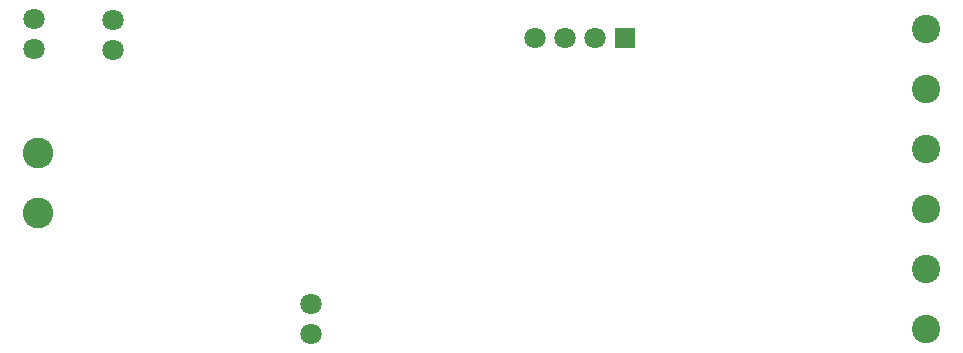
<source format=gbr>
%TF.GenerationSoftware,Altium Limited,Altium Designer,22.5.1 (42)*%
G04 Layer_Color=16711935*
%FSLAX45Y45*%
%MOMM*%
%TF.SameCoordinates,F63A7803-94E7-494B-9888-F8709FA5C5B4*%
%TF.FilePolarity,Negative*%
%TF.FileFunction,Soldermask,Bot*%
%TF.Part,Single*%
G01*
G75*
%TA.AperFunction,ComponentPad*%
%ADD40R,1.80160X1.80160*%
%ADD41C,1.80160*%
%ADD42C,2.60320*%
%ADD43C,1.80320*%
%ADD44C,2.40002*%
D40*
X5473801Y2779001D02*
D03*
D41*
X5219801D02*
D03*
X4965801D02*
D03*
X4711801D02*
D03*
D42*
X508101Y1293101D02*
D03*
Y1801101D02*
D03*
D43*
X2818401Y270201D02*
D03*
Y524201D02*
D03*
X1142240Y2926400D02*
D03*
X1142241Y2672400D02*
D03*
X469940Y2938401D02*
D03*
X469941Y2684400D02*
D03*
D44*
X8026501Y315201D02*
D03*
Y823201D02*
D03*
Y1331201D02*
D03*
Y1839201D02*
D03*
Y2347201D02*
D03*
Y2855201D02*
D03*
%TF.MD5,868c5a522a2b5842d20a2dc34279bdf4*%
M02*

</source>
